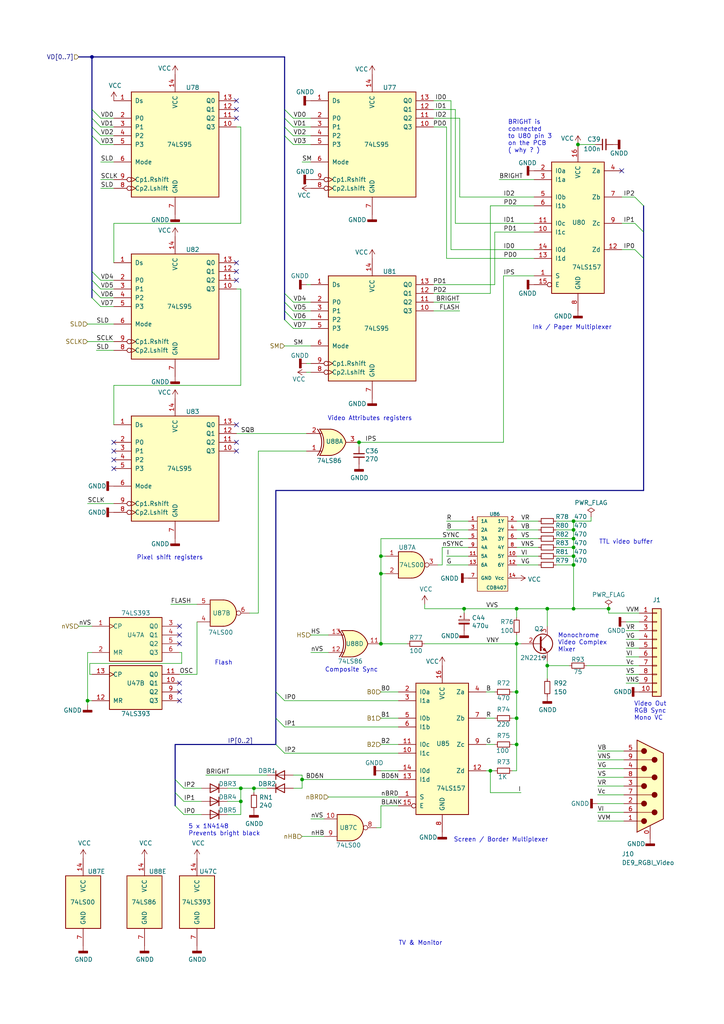
<source format=kicad_sch>
(kicad_sch (version 20230121) (generator eeschema)
  (paper "A4" portrait)
  (junction (at 166.37 153.67))
  (junction (at 149.86 186.69))
  (junction (at 166.37 161.29))
  (junction (at 110.49 161.29))
  (junction (at 73.66 228.6))
  (junction (at 158.75 176.53))
  (junction (at 167.64 41.91))
  (junction (at 25.4 203.2))
  (junction (at 149.86 208.28))
  (junction (at 149.86 176.53))
  (junction (at 69.85 232.41))
  (junction (at 110.49 186.69))
  (junction (at 26.67 16.51))
  (junction (at 104.14 128.27))
  (junction (at 142.24 223.52))
  (junction (at 69.85 228.6))
  (junction (at 158.75 193.04))
  (junction (at 166.37 151.13))
  (junction (at 134.62 176.53))
  (junction (at 110.49 166.37))
  (junction (at 166.37 156.21))
  (junction (at 149.86 215.9))
  (junction (at 176.53 176.53))
  (junction (at 166.37 176.53))
  (junction (at 87.63 226.06))
  (junction (at 166.37 158.75))
  (junction (at 149.86 200.66))
  (junction (at 166.37 163.83))
  (no_connect (at 52.07 203.2))
  (no_connect (at 68.58 31.75))
  (no_connect (at 68.58 29.21))
  (no_connect (at 68.58 76.2))
  (no_connect (at 68.58 78.74))
  (no_connect (at 68.58 81.28))
  (no_connect (at 52.07 181.61))
  (no_connect (at 33.02 130.81))
  (no_connect (at 33.02 133.35))
  (no_connect (at 33.02 135.89))
  (no_connect (at 68.58 34.29))
  (no_connect (at 52.07 184.15))
  (no_connect (at 33.02 128.27))
  (no_connect (at 52.07 200.66))
  (no_connect (at 52.07 198.12))
  (no_connect (at 68.58 128.27))
  (no_connect (at 68.58 123.19))
  (no_connect (at 68.58 130.81))
  (no_connect (at 52.07 186.69))
  (no_connect (at 180.34 49.53))
  (bus_entry (at 82.55 90.17) (size 2.54 2.54))
  (bus_entry (at 50.8 226.06) (size 2.54 2.54))
  (bus_entry (at 82.55 34.29) (size 2.54 2.54))
  (bus_entry (at 82.55 92.71) (size 2.54 2.54))
  (bus_entry (at 26.67 34.29) (size 2.54 2.54))
  (bus_entry (at 26.67 31.75) (size 2.54 2.54))
  (bus_entry (at 26.67 83.82) (size 2.54 2.54))
  (bus_entry (at 184.15 57.15) (size 2.54 2.54))
  (bus_entry (at 82.55 31.75) (size 2.54 2.54))
  (bus_entry (at 26.67 39.37) (size 2.54 2.54))
  (bus_entry (at 184.15 72.39) (size 2.54 2.54))
  (bus_entry (at 80.01 215.9) (size 2.54 2.54))
  (bus_entry (at 26.67 81.28) (size 2.54 2.54))
  (bus_entry (at 26.67 86.36) (size 2.54 2.54))
  (bus_entry (at 82.55 36.83) (size 2.54 2.54))
  (bus_entry (at 82.55 85.09) (size 2.54 2.54))
  (bus_entry (at 50.8 229.87) (size 2.54 2.54))
  (bus_entry (at 82.55 39.37) (size 2.54 2.54))
  (bus_entry (at 80.01 208.28) (size 2.54 2.54))
  (bus_entry (at 80.01 200.66) (size 2.54 2.54))
  (bus_entry (at 184.15 64.77) (size 2.54 2.54))
  (bus_entry (at 50.8 233.68) (size 2.54 2.54))
  (bus_entry (at 82.55 87.63) (size 2.54 2.54))
  (bus_entry (at 26.67 78.74) (size 2.54 2.54))
  (bus_entry (at 26.67 36.83) (size 2.54 2.54))
  (wire (pts (xy 149.86 186.69) (xy 149.86 200.66)))
  (bus (pts (xy 26.67 16.51) (xy 26.67 31.75)))
  (wire (pts (xy 33.02 36.83) (xy 29.21 36.83)))
  (wire (pts (xy 123.19 176.53) (xy 134.62 176.53)))
  (bus (pts (xy 26.67 39.37) (xy 26.67 78.74)))
  (wire (pts (xy 176.53 177.8) (xy 185.42 177.8)))
  (wire (pts (xy 90.17 90.17) (xy 85.09 90.17)))
  (wire (pts (xy 25.4 189.23) (xy 26.67 189.23)))
  (wire (pts (xy 149.86 161.29) (xy 156.21 161.29)))
  (wire (pts (xy 123.19 176.53) (xy 123.19 175.26)))
  (wire (pts (xy 73.66 228.6) (xy 77.47 228.6)))
  (wire (pts (xy 33.02 34.29) (xy 29.21 34.29)))
  (bus (pts (xy 26.67 81.28) (xy 26.67 83.82)))
  (wire (pts (xy 158.75 176.53) (xy 166.37 176.53)))
  (wire (pts (xy 33.02 146.05) (xy 25.4 146.05)))
  (wire (pts (xy 33.02 83.82) (xy 29.21 83.82)))
  (wire (pts (xy 144.78 52.07) (xy 154.94 52.07)))
  (wire (pts (xy 110.49 156.21) (xy 135.89 156.21)))
  (wire (pts (xy 110.49 161.29) (xy 110.49 156.21)))
  (wire (pts (xy 132.08 64.77) (xy 132.08 31.75)))
  (wire (pts (xy 149.86 156.21) (xy 156.21 156.21)))
  (wire (pts (xy 166.37 153.67) (xy 166.37 156.21)))
  (wire (pts (xy 142.24 59.69) (xy 154.94 59.69)))
  (wire (pts (xy 90.17 82.55) (xy 88.9 82.55)))
  (wire (pts (xy 181.61 195.58) (xy 185.42 195.58)))
  (wire (pts (xy 149.86 158.75) (xy 156.21 158.75)))
  (wire (pts (xy 74.93 130.81) (xy 74.93 177.8)))
  (bus (pts (xy 82.55 87.63) (xy 82.55 90.17)))
  (wire (pts (xy 140.97 215.9) (xy 143.51 215.9)))
  (bus (pts (xy 80.01 208.28) (xy 80.01 215.9)))
  (wire (pts (xy 181.61 185.42) (xy 185.42 185.42)))
  (bus (pts (xy 26.67 16.51) (xy 82.55 16.51)))
  (wire (pts (xy 149.86 208.28) (xy 149.86 215.9)))
  (wire (pts (xy 69.85 83.82) (xy 69.85 111.76)))
  (wire (pts (xy 25.4 204.47) (xy 25.4 203.2)))
  (wire (pts (xy 69.85 228.6) (xy 69.85 232.41)))
  (wire (pts (xy 87.63 46.99) (xy 90.17 46.99)))
  (wire (pts (xy 68.58 83.82) (xy 69.85 83.82)))
  (wire (pts (xy 166.37 156.21) (xy 166.37 158.75)))
  (wire (pts (xy 173.355 225.425) (xy 180.975 225.425)))
  (wire (pts (xy 57.15 175.26) (xy 49.53 175.26)))
  (wire (pts (xy 148.59 208.28) (xy 149.86 208.28)))
  (wire (pts (xy 173.355 217.805) (xy 180.975 217.805)))
  (wire (pts (xy 143.51 67.31) (xy 154.94 67.31)))
  (wire (pts (xy 110.49 240.03) (xy 110.49 233.68)))
  (wire (pts (xy 180.34 64.77) (xy 184.15 64.77)))
  (wire (pts (xy 125.73 29.21) (xy 130.81 29.21)))
  (wire (pts (xy 104.14 129.54) (xy 104.14 128.27)))
  (bus (pts (xy 82.55 34.29) (xy 82.55 36.83)))
  (wire (pts (xy 181.61 190.5) (xy 185.42 190.5)))
  (bus (pts (xy 50.8 215.9) (xy 50.8 226.06)))
  (wire (pts (xy 33.02 81.28) (xy 29.21 81.28)))
  (wire (pts (xy 149.86 179.07) (xy 149.86 176.53)))
  (wire (pts (xy 110.49 215.9) (xy 115.57 215.9)))
  (wire (pts (xy 52.705 192.405) (xy 26.035 192.405)))
  (wire (pts (xy 142.24 223.52) (xy 143.51 223.52)))
  (wire (pts (xy 161.29 163.83) (xy 166.37 163.83)))
  (bus (pts (xy 186.69 142.24) (xy 80.01 142.24)))
  (wire (pts (xy 26.035 195.58) (xy 26.67 195.58)))
  (wire (pts (xy 58.42 228.6) (xy 53.34 228.6)))
  (wire (pts (xy 146.05 80.01) (xy 154.94 80.01)))
  (wire (pts (xy 87.63 224.79) (xy 87.63 226.06)))
  (wire (pts (xy 88.9 130.81) (xy 74.93 130.81)))
  (wire (pts (xy 58.42 232.41) (xy 53.34 232.41)))
  (wire (pts (xy 125.73 85.09) (xy 142.24 85.09)))
  (wire (pts (xy 90.17 34.29) (xy 85.09 34.29)))
  (wire (pts (xy 82.55 210.82) (xy 115.57 210.82)))
  (bus (pts (xy 22.86 16.51) (xy 26.67 16.51)))
  (wire (pts (xy 149.86 163.83) (xy 156.21 163.83)))
  (wire (pts (xy 52.07 195.58) (xy 57.15 195.58)))
  (wire (pts (xy 161.29 158.75) (xy 166.37 158.75)))
  (wire (pts (xy 110.49 161.29) (xy 110.49 166.37)))
  (wire (pts (xy 29.21 46.99) (xy 33.02 46.99)))
  (wire (pts (xy 69.85 111.76) (xy 33.02 111.76)))
  (wire (pts (xy 173.355 230.505) (xy 180.975 230.505)))
  (wire (pts (xy 171.45 151.13) (xy 166.37 151.13)))
  (wire (pts (xy 82.55 100.33) (xy 90.17 100.33)))
  (wire (pts (xy 74.93 177.8) (xy 72.39 177.8)))
  (wire (pts (xy 33.02 88.9) (xy 29.21 88.9)))
  (wire (pts (xy 149.86 186.69) (xy 151.13 186.69)))
  (wire (pts (xy 140.97 200.66) (xy 143.51 200.66)))
  (wire (pts (xy 158.75 176.53) (xy 158.75 181.61)))
  (wire (pts (xy 90.17 87.63) (xy 85.09 87.63)))
  (wire (pts (xy 148.59 223.52) (xy 149.86 223.52)))
  (wire (pts (xy 161.29 156.21) (xy 166.37 156.21)))
  (wire (pts (xy 149.86 151.13) (xy 156.21 151.13)))
  (wire (pts (xy 110.49 166.37) (xy 111.76 166.37)))
  (bus (pts (xy 26.67 31.75) (xy 26.67 34.29)))
  (wire (pts (xy 109.22 240.03) (xy 110.49 240.03)))
  (wire (pts (xy -25.4 123.825) (xy -25.4 127.635)))
  (wire (pts (xy 25.4 203.2) (xy 25.4 189.23)))
  (wire (pts (xy 134.62 176.53) (xy 149.86 176.53)))
  (wire (pts (xy 110.49 161.29) (xy 111.76 161.29)))
  (wire (pts (xy 166.37 158.75) (xy 166.37 161.29)))
  (wire (pts (xy 130.81 72.39) (xy 130.81 29.21)))
  (wire (pts (xy 149.86 200.66) (xy 149.86 208.28)))
  (wire (pts (xy 167.64 41.91) (xy 172.72 41.91)))
  (wire (pts (xy 90.17 237.49) (xy 93.98 237.49)))
  (wire (pts (xy 104.14 128.27) (xy 146.05 128.27)))
  (wire (pts (xy 158.75 193.04) (xy 165.1 193.04)))
  (wire (pts (xy 90.17 39.37) (xy 85.09 39.37)))
  (wire (pts (xy 133.35 57.15) (xy 133.35 34.29)))
  (wire (pts (xy 29.21 52.07) (xy 33.02 52.07)))
  (wire (pts (xy 161.29 151.13) (xy 166.37 151.13)))
  (wire (pts (xy 33.02 76.2) (xy 33.02 64.77)))
  (wire (pts (xy 146.05 128.27) (xy 146.05 80.01)))
  (bus (pts (xy 50.8 229.87) (xy 50.8 233.68)))
  (wire (pts (xy 85.09 228.6) (xy 87.63 228.6)))
  (wire (pts (xy 52.07 189.23) (xy 52.705 189.23)))
  (wire (pts (xy 158.75 193.04) (xy 158.75 196.85)))
  (wire (pts (xy 90.17 95.25) (xy 85.09 95.25)))
  (wire (pts (xy 149.86 223.52) (xy 149.86 215.9)))
  (wire (pts (xy 29.21 54.61) (xy 33.02 54.61)))
  (wire (pts (xy 90.17 36.83) (xy 85.09 36.83)))
  (wire (pts (xy 25.4 203.2) (xy 26.67 203.2)))
  (wire (pts (xy 173.355 235.585) (xy 180.975 235.585)))
  (wire (pts (xy 82.55 218.44) (xy 115.57 218.44)))
  (wire (pts (xy 25.4 93.98) (xy 33.02 93.98)))
  (wire (pts (xy 149.86 176.53) (xy 158.75 176.53)))
  (wire (pts (xy 181.61 198.12) (xy 185.42 198.12)))
  (wire (pts (xy 33.02 64.77) (xy 69.85 64.77)))
  (wire (pts (xy 143.51 67.31) (xy 143.51 82.55)))
  (wire (pts (xy 129.54 36.83) (xy 129.54 74.93)))
  (wire (pts (xy 148.59 215.9) (xy 149.86 215.9)))
  (wire (pts (xy 128.27 158.75) (xy 135.89 158.75)))
  (wire (pts (xy 33.02 39.37) (xy 29.21 39.37)))
  (wire (pts (xy 33.02 111.76) (xy 33.02 123.19)))
  (wire (pts (xy 181.61 180.34) (xy 185.42 180.34)))
  (wire (pts (xy 66.04 232.41) (xy 69.85 232.41)))
  (wire (pts (xy 170.18 193.04) (xy 185.42 193.04)))
  (wire (pts (xy 57.15 195.58) (xy 57.15 180.34)))
  (wire (pts (xy 90.17 105.41) (xy 88.9 105.41)))
  (bus (pts (xy 186.69 67.31) (xy 186.69 74.93)))
  (wire (pts (xy 66.04 236.22) (xy 69.85 236.22)))
  (wire (pts (xy 166.37 163.83) (xy 166.37 176.53)))
  (bus (pts (xy 82.55 16.51) (xy 82.55 31.75)))
  (wire (pts (xy 33.02 101.6) (xy 27.94 101.6)))
  (wire (pts (xy 110.49 233.68) (xy 115.57 233.68)))
  (wire (pts (xy 66.04 228.6) (xy 69.85 228.6)))
  (wire (pts (xy 95.25 189.23) (xy 90.17 189.23)))
  (wire (pts (xy 180.34 72.39) (xy 184.15 72.39)))
  (bus (pts (xy 186.69 59.69) (xy 186.69 67.31)))
  (wire (pts (xy 166.37 176.53) (xy 176.53 176.53)))
  (wire (pts (xy 142.24 229.87) (xy 151.13 229.87)))
  (wire (pts (xy 125.73 82.55) (xy 143.51 82.55)))
  (wire (pts (xy 149.86 153.67) (xy 156.21 153.67)))
  (wire (pts (xy 26.67 181.61) (xy 22.86 181.61)))
  (wire (pts (xy 125.73 36.83) (xy 129.54 36.83)))
  (bus (pts (xy 82.55 31.75) (xy 82.55 34.29)))
  (wire (pts (xy 87.63 226.06) (xy 115.57 226.06)))
  (wire (pts (xy 69.85 64.77) (xy 69.85 36.83)))
  (wire (pts (xy 166.37 161.29) (xy 166.37 163.83)))
  (wire (pts (xy 129.54 74.93) (xy 154.94 74.93)))
  (bus (pts (xy 82.55 90.17) (xy 82.55 92.71)))
  (wire (pts (xy 110.49 223.52) (xy 115.57 223.52)))
  (wire (pts (xy 171.45 149.86) (xy 171.45 151.13)))
  (wire (pts (xy 110.49 200.66) (xy 115.57 200.66)))
  (wire (pts (xy 142.24 59.69) (xy 142.24 85.09)))
  (wire (pts (xy 110.49 208.28) (xy 115.57 208.28)))
  (wire (pts (xy 69.85 228.6) (xy 73.66 228.6)))
  (wire (pts (xy 90.17 41.91) (xy 85.09 41.91)))
  (wire (pts (xy 87.63 242.57) (xy 93.98 242.57)))
  (wire (pts (xy 173.355 227.965) (xy 180.975 227.965)))
  (wire (pts (xy 142.24 223.52) (xy 142.24 229.87)))
  (wire (pts (xy 134.62 177.8) (xy 134.62 176.53)))
  (wire (pts (xy 158.75 191.77) (xy 158.75 193.04)))
  (wire (pts (xy 129.54 151.13) (xy 135.89 151.13)))
  (bus (pts (xy 50.8 215.9) (xy 80.01 215.9)))
  (wire (pts (xy 125.73 87.63) (xy 133.35 87.63)))
  (wire (pts (xy 110.49 186.69) (xy 118.11 186.69)))
  (wire (pts (xy 125.73 31.75) (xy 132.08 31.75)))
  (wire (pts (xy 132.08 64.77) (xy 154.94 64.77)))
  (wire (pts (xy 129.54 153.67) (xy 135.89 153.67)))
  (wire (pts (xy 110.49 166.37) (xy 110.49 186.69)))
  (wire (pts (xy 173.355 233.045) (xy 180.975 233.045)))
  (wire (pts (xy 161.29 161.29) (xy 166.37 161.29)))
  (wire (pts (xy 25.4 99.06) (xy 33.02 99.06)))
  (wire (pts (xy 140.97 223.52) (xy 142.24 223.52)))
  (wire (pts (xy 95.25 231.14) (xy 115.57 231.14)))
  (wire (pts (xy 130.81 72.39) (xy 154.94 72.39)))
  (wire (pts (xy 161.29 153.67) (xy 166.37 153.67)))
  (wire (pts (xy 73.66 229.87) (xy 73.66 228.6)))
  (wire (pts (xy 123.19 186.69) (xy 149.86 186.69)))
  (wire (pts (xy 95.25 184.15) (xy 90.17 184.15)))
  (wire (pts (xy 181.61 187.96) (xy 185.42 187.96)))
  (wire (pts (xy 82.55 203.2) (xy 115.57 203.2)))
  (bus (pts (xy 80.01 142.24) (xy 80.01 200.66)))
  (wire (pts (xy 33.02 86.36) (xy 29.21 86.36)))
  (wire (pts (xy 90.17 92.71) (xy 85.09 92.71)))
  (wire (pts (xy 173.355 220.345) (xy 180.975 220.345)))
  (bus (pts (xy 82.55 39.37) (xy 82.55 85.09)))
  (bus (pts (xy 186.69 74.93) (xy 186.69 142.24)))
  (wire (pts (xy 26.035 192.405) (xy 26.035 195.58)))
  (wire (pts (xy 33.02 41.91) (xy 29.21 41.91)))
  (wire (pts (xy 173.355 238.125) (xy 180.975 238.125)))
  (wire (pts (xy 176.53 176.53) (xy 176.53 177.8)))
  (wire (pts (xy 129.54 163.83) (xy 135.89 163.83)))
  (wire (pts (xy 85.09 224.79) (xy 87.63 224.79)))
  (wire (pts (xy 166.37 151.13) (xy 166.37 153.67)))
  (wire (pts (xy -25.4 132.715) (xy -33.02 132.715)))
  (wire (pts (xy 77.47 224.79) (xy 59.69 224.79)))
  (wire (pts (xy 133.35 57.15) (xy 154.94 57.15)))
  (bus (pts (xy 26.67 36.83) (xy 26.67 39.37)))
  (wire (pts (xy 52.705 189.23) (xy 52.705 192.405)))
  (wire (pts (xy 127 163.83) (xy 128.27 163.83)))
  (wire (pts (xy 180.34 57.15) (xy 184.15 57.15)))
  (bus (pts (xy 82.55 85.09) (xy 82.55 87.63)))
  (wire (pts (xy 68.58 36.83) (xy 69.85 36.83)))
  (wire (pts (xy 148.59 200.66) (xy 149.86 200.66)))
  (wire (pts (xy 68.58 125.73) (xy 88.9 125.73)))
  (wire (pts (xy 173.355 222.885) (xy 180.975 222.885)))
  (wire (pts (xy 125.73 90.17) (xy 133.35 90.17)))
  (bus (pts (xy 26.67 78.74) (xy 26.67 81.28)))
  (wire (pts (xy 69.85 232.41) (xy 69.85 236.22)))
  (wire (pts (xy 140.97 208.28) (xy 143.51 208.28)))
  (wire (pts (xy 128.27 163.83) (xy 128.27 158.75)))
  (bus (pts (xy 26.67 83.82) (xy 26.67 86.36)))
  (wire (pts (xy 87.63 226.06) (xy 87.63 228.6)))
  (bus (pts (xy 82.55 36.83) (xy 82.55 39.37)))
  (bus (pts (xy 80.01 200.66) (xy 80.01 208.28)))
  (wire (pts (xy 125.73 34.29) (xy 133.35 34.29)))
  (wire (pts (xy 129.54 161.29) (xy 135.89 161.29)))
  (bus (pts (xy 26.67 34.29) (xy 26.67 36.83)))
  (wire (pts (xy 149.86 184.15) (xy 149.86 186.69)))
  (wire (pts (xy 58.42 236.22) (xy 53.34 236.22)))
  (wire (pts (xy 90.17 107.95) (xy 88.9 107.95)))
  (bus (pts (xy 50.8 226.06) (xy 50.8 229.87)))
  (wire (pts (xy 181.61 182.88) (xy 185.42 182.88)))
  (text "Monochrome \nVideo Complex\nMixer" (at 161.798 189.23 0) (effects (font (size 1.27 1.27)) (justify left bottom)))
  (text "Video Out\nRGB Sync\nMono VC" (at 183.896 209.042 0) (effects (font (size 1.27 1.27)) (justify left bottom)))
  (text "Screen / Border Multiplexer" (at 131.572 244.348 0) (effects (font (size 1.27 1.27)) (justify left bottom)))
  (text "TV & Monitor" (at 115.57 274.32 0) (effects (font (size 1.27 1.27)) (justify left bottom)))
  (text "Pixel shift registers" (at 39.624 162.56 0) (effects (font (size 1.27 1.27)) (justify left bottom)))
  (text "5 x 1N4148\nPrevents bright black" (at 54.61 242.57 0) (effects (font (size 1.27 1.27)) (justify left bottom)))
  (text "TTL video buffer" (at 173.736 157.988 0) (effects (font (size 1.27 1.27)) (justify left bottom)))
  (text "Flash" (at 62.23 193.04 0) (effects (font (size 1.27 1.27)) (justify left bottom)))
  (text "Video Attributes registers" (at 94.996 122.174 0) (effects (font (size 1.27 1.27)) (justify left bottom)))
  (text "BRIGHT is \nconnected \nto U80 pin 3\non the PCB\n( why ? )" (at 147.32 44.45 0) (effects (font (size 1.27 1.27)) (justify left bottom)))
  (text "Composite Sync" (at 94.234 195.072 0) (effects (font (size 1.27 1.27)) (justify left bottom)))
  (text "Ink / Paper Multiplexer" (at 154.432 95.758 0) (effects (font (size 1.27 1.27)) (justify left bottom)))
  (label "VB" (at 151.13 153.67 0))
  (label "ID2" (at 146.05 57.15 0))
  (label "B" (at 140.97 200.66 0))
  (label "VR" (at 151.13 151.13 0))
  (label "ID2" (at 129.54 34.29 180))
  (label "I" (at 129.54 161.29 0))
  (label "VVM" (at 181.61 177.8 0))
  (label "VVS" (at 140.97 176.53 0))
  (label "OSC" (at 52.07 195.58 0))
  (label "ID1" (at 129.54 31.75 180))
  (label "G" (at 129.54 163.83 0))
  (label "ID0" (at 129.54 29.21 180))
  (label "IPS" (at 109.22 128.27 180))
  (label "VNS" (at 181.61 198.12 0))
  (label "PD2" (at 146.05 59.69 0))
  (label "SLD" (at 27.94 101.6 0))
  (label "VD0" (at 85.09 34.29 0))
  (label "R" (at 140.97 208.28 0))
  (label "VD0" (at 29.21 34.29 0))
  (label "SLD" (at 29.21 54.61 0))
  (label "VD5" (at 85.09 90.17 0))
  (label "PD0" (at 146.05 74.93 0))
  (label "IP0" (at 53.34 236.22 0))
  (label "PD1" (at 146.05 67.31 0))
  (label "VNS" (at 173.355 220.345 0))
  (label "VG" (at 151.13 163.83 0))
  (label "IP[0..2]" (at 66.04 215.9 0))
  (label "B0" (at 110.49 200.66 0))
  (label "FLASH" (at 49.53 175.26 0))
  (label "VNY" (at 144.78 186.69 180))
  (label "VS" (at 181.61 195.58 0))
  (label "SCLK" (at 25.4 146.05 0))
  (label "VD4" (at 29.21 81.28 0))
  (label "BRIGHT" (at 59.69 224.79 0))
  (label "VNS" (at 151.13 158.75 0))
  (label "IP1" (at 82.55 210.82 0))
  (label "I" (at 151.13 229.87 180))
  (label "SM" (at 87.63 46.99 0))
  (label "VD6" (at 29.21 86.36 0))
  (label "VD7" (at 85.09 95.25 0))
  (label "VD2" (at 29.21 39.37 0))
  (label "IP0" (at 82.55 203.2 0))
  (label "VD1" (at 29.21 36.83 0))
  (label "nBRD" (at 110.49 231.14 0))
  (label "VS" (at 173.355 225.425 0))
  (label "BD6N" (at 93.98 226.06 180))
  (label "Vc" (at 181.61 193.04 0))
  (label "IP1" (at 184.15 64.77 180))
  (label "VI" (at 181.61 190.5 0))
  (label "VD3" (at 85.09 41.91 0))
  (label "nHB" (at 90.17 242.57 0))
  (label "PD2" (at 129.54 85.09 180))
  (label "VD4" (at 85.09 87.63 0))
  (label "IPS" (at 146.05 80.01 0))
  (label "IP2" (at 53.34 228.6 0))
  (label "nSYNC" (at 128.27 158.75 0))
  (label "ID0" (at 146.05 72.39 0))
  (label "PD0" (at 129.54 36.83 180))
  (label "IP2" (at 82.55 218.44 0))
  (label "VG" (at 173.355 222.885 0))
  (label "VD7" (at 29.21 88.9 0))
  (label "SQB" (at 69.85 125.73 0))
  (label "B1" (at 110.49 208.28 0))
  (label "ID1" (at 146.05 64.77 0))
  (label "IP2" (at 184.15 57.15 180))
  (label "SYNC" (at 128.27 156.21 0))
  (label "IP0" (at 184.15 72.39 180))
  (label "SLD" (at 29.21 46.99 0))
  (label "VB" (at 181.61 187.96 0))
  (label "HS" (at 90.17 184.15 0))
  (label "VI" (at 173.355 235.585 0))
  (label "nVS" (at 22.86 181.61 0))
  (label "B" (at 129.54 153.67 0))
  (label "R" (at 129.54 151.13 0))
  (label "VR" (at 173.355 227.965 0))
  (label "SCLK" (at 29.21 52.07 0))
  (label "BD6N" (at 110.49 226.06 0))
  (label "G" (at 140.97 215.9 0))
  (label "VD6" (at 85.09 92.71 0))
  (label "SCLK" (at 27.94 99.06 0))
  (label "nVS" (at 90.17 237.49 0))
  (label "VI" (at 151.13 161.29 0))
  (label "VR" (at 181.61 182.88 0))
  (label "BLANK" (at 110.49 233.68 0))
  (label "PD1" (at 129.54 82.55 180))
  (label "VS" (at 151.13 156.21 0))
  (label "Vc" (at 173.355 230.505 0))
  (label "B2" (at 110.49 215.9 0))
  (label "BRIGHT" (at 144.78 52.07 0))
  (label "VVM" (at 173.355 238.125 0))
  (label "SM" (at 85.09 100.33 0))
  (label "FLASH" (at 133.35 90.17 180))
  (label "VG" (at 181.61 185.42 0))
  (label "VD3" (at 29.21 41.91 0))
  (label "VD2" (at 85.09 39.37 0))
  (label "VB" (at 173.355 217.805 0))
  (label "nVS" (at 90.17 189.23 0))
  (label "IP1" (at 53.34 232.41 0))
  (label "VD1" (at 85.09 36.83 0))
  (label "VD5" (at 29.21 83.82 0))
  (label "BRIGHT" (at 133.35 87.63 180))
  (label "SLD" (at 27.94 93.98 0))
  (hierarchical_label "B0" (shape input) (at 110.49 200.66 180))
  (hierarchical_label "B2" (shape input) (at 110.49 215.9 180))
  (hierarchical_label "B1" (shape input) (at 110.49 208.28 180))
  (hierarchical_label "nHB" (shape input) (at 87.63 242.57 180))
  (hierarchical_label "SM" (shape input) (at 82.55 100.33 180))
  (hierarchical_label "VD[0..7]" (shape input) (at 22.86 16.51 180))
  (hierarchical_label "HS" (shape input) (at 90.17 184.15 180))
  (hierarchical_label "nBRD" (shape input) (at 95.25 231.14 180))
  (hierarchical_label "SCLK" (shape input) (at 25.4 99.06 180))
  (hierarchical_label "SLD" (shape input) (at 25.4 93.98 180))
  (hierarchical_label "nVS" (shape input) (at 22.86 181.61 180))
  (symbol (lib_id "power:GNDD") (at 33.02 148.59 270) (unit 1)
    (property "Reference" "#PWR0409" (effects hide))
    (property "Value" "GNDD" (at 28.194 148.59 90))
  )
  (symbol (lib_id "Device:C_Small") (at 175.26 41.91 90) (unit 1)
    (property "Reference" "C39" (at 174.244 40.386 90) (effects (justify left)))
    (property "Value" "100n" (at 174.244 43.18 90) (effects (justify left)))
    (property "Footprint" "Cobra_original:C_THT_508_254" (effects hide))
  )
  (symbol (lib_id "power:GNDD") (at 177.8 41.91 90) (unit 1)
    (property "Reference" "#PWR0473" (effects hide))
    (property "Value" "GNDD" (at 179.578 44.45 90))
  )
  (symbol (lib_id "74xx:74LS95") (at 50.8 41.91 0) (unit 1)
    (property "Reference" "U78" (at 55.88 25.4 0))
    (property "Value" "74LS95" (at 52.07 41.91 0))
    (property "Footprint" "Cobra_original:DIP-14_W7.62mm" (effects hide))
    (property "Datasheet" "http://www.ti.com/lit/gpn/sn74LS95" (effects hide))
  )
  (symbol (lib_id "74xx:74LS95") (at 50.8 88.9 0) (unit 1)
    (property "Reference" "U82" (at 55.88 72.39 0))
    (property "Value" "74LS95" (at 52.07 88.9 0))
    (property "Footprint" "Cobra_original:DIP-14_W7.62mm" (effects hide))
    (property "Datasheet" "http://www.ti.com/lit/gpn/sn74LS95" (effects hide))
  )
  (symbol (lib_id "74xx:74LS95") (at 50.8 135.89 0) (unit 1)
    (property "Reference" "U83" (at 55.88 119.38 0))
    (property "Value" "74LS95" (at 52.07 135.89 0))
    (property "Footprint" "Cobra_original:DIP-14_W7.62mm" (effects hide))
    (property "Datasheet" "http://www.ti.com/lit/gpn/sn74LS95" (effects hide))
  )
  (symbol (lib_id "power:GNDD") (at 50.8 62.23 0) (unit 1)
    (property "Reference" "#PWR0109" (effects hide))
    (property "Value" "GNDD" (at 46.482 63.754 0))
  )
  (symbol (lib_id "power:GNDD") (at 50.8 109.22 0) (unit 1)
    (property "Reference" "#PWR0358" (effects hide))
    (property "Value" "GNDD" (at 46.482 110.744 0))
  )
  (symbol (lib_id "power:GNDD") (at 50.8 156.21 0) (unit 1)
    (property "Reference" "#PWR0359" (effects hide))
    (property "Value" "GNDD" (at 46.482 157.734 0))
  )
  (symbol (lib_id "power:VCC") (at 50.8 21.59 0) (unit 1)
    (property "Reference" "#PWR0360" (effects hide))
    (property "Value" "VCC" (at 47.752 19.812 0))
  )
  (symbol (lib_id "power:VCC") (at 50.8 68.58 0) (unit 1)
    (property "Reference" "#PWR0361" (effects hide))
    (property "Value" "VCC" (at 47.752 66.802 0))
  )
  (symbol (lib_id "power:VCC") (at 50.8 115.57 0) (unit 1)
    (property "Reference" "#PWR0362" (effects hide))
    (property "Value" "VCC" (at 47.752 113.792 0))
  )
  (symbol (lib_id "74xx:74LS95") (at 107.95 41.91 0) (unit 1)
    (property "Reference" "U77" (at 113.03 25.4 0))
    (property "Value" "74LS95" (at 109.22 41.91 0))
    (property "Footprint" "Cobra_original:DIP-14_W7.62mm" (effects hide))
    (property "Datasheet" "http://www.ti.com/lit/gpn/sn74LS95" (effects hide))
  )
  (symbol (lib_id "74xx:74LS95") (at 107.95 95.25 0) (unit 1)
    (property "Reference" "U81" (at 113.03 78.74 0))
    (property "Value" "74LS95" (at 109.22 95.25 0))
    (property "Footprint" "Cobra_original:DIP-14_W7.62mm" (effects hide))
    (property "Datasheet" "http://www.ti.com/lit/gpn/sn74LS95" (effects hide))
  )
  (symbol (lib_id "power:GNDD") (at 107.95 62.23 0) (unit 1)
    (property "Reference" "#PWR0363" (effects hide))
    (property "Value" "GNDD" (at 103.632 63.754 0))
  )
  (symbol (lib_id "power:GNDD") (at 107.95 115.57 0) (unit 1)
    (property "Reference" "#PWR0364" (effects hide))
    (property "Value" "GNDD" (at 103.632 117.094 0))
  )
  (symbol (lib_id "power:VCC") (at 107.95 21.59 0) (unit 1)
    (property "Reference" "#PWR0365" (effects hide))
    (property "Value" "VCC" (at 104.902 20.066 0))
  )
  (symbol (lib_id "power:VCC") (at 107.95 74.93 0) (unit 1)
    (property "Reference" "#PWR0366" (effects hide))
    (property "Value" "VCC" (at 104.902 73.152 0))
  )
  (symbol (lib_id "power:VCC") (at 33.02 29.21 0) (unit 1)
    (property "Reference" "#PWR0367" (effects hide))
    (property "Value" "VCC" (at 33.401 24.8158 0))
  )
  (symbol (lib_id "power:GNDD") (at 90.17 52.07 270) (unit 1)
    (property "Reference" "#PWR0368" (effects hide))
    (property "Value" "GNDD" (at 91.186 49.784 90) (effects (justify right)))
  )
  (symbol (lib_id "power:GNDD") (at 90.17 29.21 270) (unit 1)
    (property "Reference" "#PWR0369" (effects hide))
    (property "Value" "GNDD" (at 91.186 26.67 90) (effects (justify right)))
  )
  (symbol (lib_id "power:VCC") (at 88.9 107.95 90) (unit 1)
    (property "Reference" "#PWR0370" (effects hide))
    (property "Value" "VCC" (at 88.646 109.982 90) (effects (justify left)))
  )
  (symbol (lib_id "power:GNDD") (at 88.9 105.41 270) (unit 1)
    (property "Reference" "#PWR0371" (effects hide))
    (property "Value" "GNDD" (at 89.662 103.124 90) (effects (justify right)))
  )
  (symbol (lib_id "power:GNDD") (at 88.9 82.55 270) (unit 1)
    (property "Reference" "#PWR0372" (effects hide))
    (property "Value" "GNDD" (at 89.662 80.01 90) (effects (justify right)))
  )
  (symbol (lib_id "74xx:74LS86") (at 96.52 128.27 0) (mirror x) (unit 1)
    (property "Reference" "U88" (at 97.028 128.016 0))
    (property "Value" "74LS86" (at 95.504 133.604 0))
    (property "Footprint" "Cobra_original:DIP-14_W7.62mm" (effects hide))
    (property "Datasheet" "74xx/74ls86.pdf" (effects hide))
  )
  (symbol (lib_id "74xx:74LS86") (at -17.78 130.175 0) (mirror x) (unit 3)
    (property "Reference" "U88" (at -17.145 130.175 0))
    (property "Value" "74LS86" (at -18.542 135.255 0))
    (property "Footprint" "Cobra_original:DIP-14_W7.62mm" (effects hide))
    (property "Datasheet" "74xx/74ls86.pdf" (effects hide))
  )
  (symbol (lib_id "74xx:74LS86") (at 41.91 261.62 0) (unit 5)
    (property "Reference" "U88" (at 43.18 252.73 0) (effects (justify left)))
    (property "Value" "74LS86" (at 38.1 261.62 0) (effects (justify left)))
    (property "Footprint" "Cobra_original:DIP-14_W7.62mm" (effects hide))
    (property "Datasheet" "74xx/74ls86.pdf" (effects hide))
  )
  (symbol (lib_id "power:GNDD") (at 41.91 274.32 0) (unit 1)
    (property "Reference" "#PWR0373" (effects hide))
    (property "Value" "GNDD" (at 42.0116 278.257 0))
  )
  (symbol (lib_id "power:VCC") (at 41.91 248.92 0) (unit 1)
    (property "Reference" "#PWR0374" (effects hide))
    (property "Value" "VCC" (at 42.291 244.5258 0))
  )
  (symbol (lib_id "power:VCC") (at -25.4 123.825 0) (unit 1)
    (property "Reference" "#PWR0376" (effects hide))
    (property "Value" "VCC" (at -27.94 121.793 0))
  )
  (symbol (lib_id "74xx:74LS00") (at 64.77 177.8 0) (mirror x) (unit 2)
    (property "Reference" "U87" (at 64.262 177.8 0))
    (property "Value" "74LS00" (at 64.008 183.388 0))
    (property "Footprint" "Cobra_original:DIP-14_W7.62mm" (effects hide))
    (property "Datasheet" "http://www.ti.com/lit/gpn/sn74ls00" (effects hide))
  )
  (symbol (lib_id "74xx:74LS00") (at 101.6 240.03 0) (mirror x) (unit 3)
    (property "Reference" "U87" (at 101.092 240.03 0))
    (property "Value" "74LS00" (at 101.092 245.11 0))
    (property "Footprint" "Cobra_original:DIP-14_W7.62mm" (effects hide))
    (property "Datasheet" "http://www.ti.com/lit/gpn/sn74ls00" (effects hide))
  )
  (symbol (lib_id "74xx:74LS00") (at 24.13 261.62 0) (unit 5)
    (property "Reference" "U87" (at 25.4 252.73 0) (effects (justify left)))
    (property "Value" "74LS00" (at 20.32 261.62 0) (effects (justify left)))
    (property "Footprint" "Cobra_original:DIP-14_W7.62mm" (effects hide))
    (property "Datasheet" "http://www.ti.com/lit/gpn/sn74ls00" (effects hide))
  )
  (symbol (lib_id "Device:C_Small") (at 104.14 132.08 0) (unit 1)
    (property "Reference" "C36" (at 105.918 130.81 0) (effects (justify left)))
    (property "Value" "270" (at 105.918 133.1214 0) (effects (justify left)))
    (property "Footprint" "Cobra_original:C_THT_762_254" (effects hide))
  )
  (symbol (lib_id "power:GNDD") (at 104.14 134.62 0) (unit 1)
    (property "Reference" "#PWR0377" (effects hide))
    (property "Value" "GNDD" (at 104.2416 138.557 0))
  )
  (symbol (lib_id "74xx:74LS157") (at 167.64 64.77 0) (unit 1)
    (property "Reference" "U80" (at 167.894 64.516 0))
    (property "Value" "74LS157" (at 170.18 77.47 0))
    (property "Footprint" "Cobra_original:DIP-16_W7.62mm" (effects hide))
    (property "Datasheet" "http://www.ti.com/lit/gpn/sn74LS157" (effects hide))
  )
  (symbol (lib_id "power:GNDD") (at 167.64 90.17 0) (unit 1)
    (property "Reference" "#PWR0378" (effects hide))
    (property "Value" "GNDD" (at 163.322 91.694 0))
  )
  (symbol (lib_id "power:VCC") (at 167.64 41.91 0) (unit 1)
    (property "Reference" "#PWR0379" (effects hide))
    (property "Value" "VCC" (at 164.592 40.132 0))
  )
  (symbol (lib_id "74xx:74LS157") (at 128.27 215.9 0) (unit 1)
    (property "Reference" "U85" (at 128.524 215.646 0))
    (property "Value" "74LS157" (at 130.81 228.6 0))
    (property "Footprint" "Cobra_original:DIP-16_W7.62mm" (effects hide))
    (property "Datasheet" "http://www.ti.com/lit/gpn/sn74LS157" (effects hide))
  )
  (symbol (lib_id "power:GNDD") (at 128.27 241.3 0) (unit 1)
    (property "Reference" "#PWR0380" (effects hide))
    (property "Value" "GNDD" (at 124.206 242.824 0))
  )
  (symbol (lib_id "power:VCC") (at 128.27 193.04 0) (unit 1)
    (property "Reference" "#PWR0381" (effects hide))
    (property "Value" "VCC" (at 125.4252 191.8208 0))
  )
  (symbol (lib_id "power:GNDD") (at 154.94 49.53 270) (unit 1)
    (property "Reference" "#PWR0382" (effects hide))
    (property "Value" "GNDD" (at 155.702 47.244 90) (effects (justify right)))
  )
  (symbol (lib_id "power:GNDD") (at 154.94 82.55 270) (unit 1)
    (property "Reference" "#PWR0383" (effects hide))
    (property "Value" "GNDD" (at 155.702 85.09 90) (effects (justify right)))
  )
  (symbol (lib_id "Diode:1N4148") (at 81.28 224.79 0) (unit 1)
    (property "Reference" "DBR1" (at 77.47 223.52 0))
    (property "Value" "1N4148" (effects hide))
    (property "Footprint" "Cobra_original:D_DO-35_SOD27_P7.62mm_Horizontal" (effects hide))
    (property "Datasheet" "https://assets.nexperia.com/documents/data-sheet/1N4148_1N4448.pdf" (effects hide))
    (property "Sim.Device" "D" (effects hide))
    (property "Sim.Pins" "1=K 2=A" (effects hide))
  )
  (symbol (lib_id "Diode:1N4148") (at 81.28 228.6 0) (unit 1)
    (property "Reference" "DBR2" (at 77.47 227.33 0))
    (property "Value" "1N4148" (effects hide))
    (property "Footprint" "Cobra_original:D_DO-35_SOD27_P7.62mm_Horizontal" (effects hide))
    (property "Datasheet" "https://assets.nexperia.com/documents/data-sheet/1N4148_1N4448.pdf" (effects hide))
    (property "Sim.Device" "D" (effects hide))
    (property "Sim.Pins" "1=K 2=A" (effects hide))
  )
  (symbol (lib_id "Diode:1N4148") (at 62.23 228.6 0) (mirror y) (unit 1)
    (property "Reference" "DBR3" (at 66.04 227.33 0))
    (property "Value" "1N4148" (effects hide))
    (property "Footprint" "Cobra_original:D_DO-35_SOD27_P7.62mm_Horizontal" (effects hide))
    (property "Datasheet" "https://assets.nexperia.com/documents/data-sheet/1N4148_1N4448.pdf" (effects hide))
    (property "Sim.Device" "D" (effects hide))
    (property "Sim.Pins" "1=K 2=A" (effects hide))
  )
  (symbol (lib_id "Diode:1N4148") (at 62.23 232.41 0) (mirror y) (unit 1)
    (property "Reference" "DBR4" (at 66.04 231.14 0))
    (property "Value" "1N4148" (effects hide))
    (property "Footprint" "Cobra_original:D_DO-35_SOD27_P7.62mm_Horizontal" (effects hide))
    (property "Datasheet" "https://assets.nexperia.com/documents/data-sheet/1N4148_1N4448.pdf" (effects hide))
    (property "Sim.Device" "D" (effects hide))
    (property "Sim.Pins" "1=K 2=A" (effects hide))
  )
  (symbol (lib_id "Diode:1N4148") (at 62.23 236.22 0) (mirror y) (unit 1)
    (property "Reference" "DBR5" (at 66.04 234.95 0))
    (property "Value" "1N4148" (effects hide))
    (property "Footprint" "Cobra_original:D_DO-35_SOD27_P7.62mm_Horizontal" (effects hide))
    (property "Datasheet" "https://assets.nexperia.com/documents/data-sheet/1N4148_1N4448.pdf" (effects hide))
    (property "Sim.Device" "D" (effects hide))
    (property "Sim.Pins" "1=K 2=A" (effects hide))
  )
  (symbol (lib_id "Device:R_Small") (at 73.66 232.41 0) (unit 1)
    (property "Reference" "RN1" (at 75.1586 231.2416 0) (effects (justify left)))
    (property "Value" "240" (at 75.1586 233.553 0) (effects (justify left)))
    (property "Footprint" "Cobra_original:R_Axial_DIN0204_L3.6mm_D1.6mm_P5.08mm_Horizontal" (effects hide))
  )
  (symbol (lib_id "power:GNDD") (at 73.66 234.95 0) (unit 1)
    (property "Reference" "#PWR0384" (effects hide))
    (property "Value" "GNDD" (at 73.7616 238.887 0))
  )
  (symbol (lib_id "power:GNDD") (at 110.49 223.52 270) (unit 1)
    (property "Reference" "#PWR0385" (effects hide))
    (property "Value" "GNDD" (at 111.252 221.234 90) (effects (justify right)))
  )
  (symbol (lib_id "Device:R_Small") (at 146.05 200.66 270) (unit 1)
    (property "Reference" "R72" (at 146.05 198.12 90))
    (property "Value" "470" (at 146.05 202.438 90))
    (property "Footprint" "Cobra_original:R_Axial_DIN0204_L3.6mm_D1.6mm_P5.08mm_Horizontal" (effects hide))
  )
  (symbol (lib_id "Device:R_Small") (at 146.05 208.28 270) (unit 1)
    (property "Reference" "R74" (at 146.05 205.74 90))
    (property "Value" "220" (at 146.05 210.058 90))
    (property "Footprint" "Cobra_original:R_Axial_DIN0204_L3.6mm_D1.6mm_P5.08mm_Horizontal" (effects hide))
  )
  (symbol (lib_id "Device:R_Small") (at 146.05 215.9 270) (unit 1)
    (property "Reference" "R75" (at 146.05 213.36 90))
    (property "Value" "100" (at 145.796 217.678 90))
    (property "Footprint" "Cobra_original:R_Axial_DIN0204_L3.6mm_D1.6mm_P5.08mm_Horizontal" (effects hide))
  )
  (symbol (lib_id "Device:R_Small") (at 146.05 223.52 270) (unit 1)
    (property "Reference" "R73" (at 146.05 220.98 90))
    (property "Value" "1K" (at 145.796 225.298 90))
    (property "Footprint" "Cobra_original:R_Axial_DIN0204_L3.6mm_D1.6mm_P5.08mm_Horizontal" (effects hide))
  )
  (symbol (lib_id "power:GNDD") (at 24.13 274.32 0) (unit 1)
    (property "Reference" "#PWR0394" (effects hide))
    (property "Value" "GNDD" (at 24.2316 278.257 0))
  )
  (symbol (lib_id "power:VCC") (at 24.13 248.92 0) (unit 1)
    (property "Reference" "#PWR0395" (effects hide))
    (property "Value" "VCC" (at 24.511 244.5258 0))
  )
  (symbol (lib_id "74xx:74LS393") (at 57.15 261.62 0) (unit 3)
    (property "Reference" "U47" (at 57.785 252.73 0) (effects (justify left)))
    (property "Value" "74LS393" (at 52.705 261.62 0) (effects (justify left)))
    (property "Footprint" "Cobra_original:DIP-14_W7.62mm" (effects hide))
    (property "Datasheet" "74xx\\74LS393.pdf" (effects hide))
  )
  (symbol (lib_id "Device:R_Small") (at 149.86 181.61 0) (unit 1)
    (property "Reference" "R76" (at 147.066 180.34 0))
    (property "Value" "100" (at 147.066 182.88 0))
    (property "Footprint" "Cobra_original:R_Axial_DIN0204_L3.6mm_D1.6mm_P5.08mm_Horizontal" (effects hide))
  )
  (symbol (lib_id "Device:R_Small") (at 158.75 151.13 270) (unit 1)
    (property "Reference" "R78" (at 163.068 149.86 90))
    (property "Value" "470" (at 168.402 149.86 90))
    (property "Footprint" "Cobra_original:R_Axial_DIN0204_L3.6mm_D1.6mm_P5.08mm_Horizontal" (effects hide))
  )
  (symbol (lib_id "Device:R_Small") (at 120.65 186.69 270) (unit 1)
    (property "Reference" "R77" (at 120.65 184.912 90))
    (property "Value" "100" (at 120.65 188.722 90))
    (property "Footprint" "Cobra_original:R_Axial_DIN0204_L3.6mm_D1.6mm_P5.08mm_Horizontal" (effects hide))
  )
  (symbol (lib_id "Device:R_Small") (at 158.75 199.39 180) (unit 1)
    (property "Reference" "R92" (at 162.56 198.12 0))
    (property "Value" "150" (at 162.56 200.66 0))
    (property "Footprint" "Cobra_original:R_Axial_DIN0204_L3.6mm_D1.6mm_P5.08mm_Horizontal" (effects hide))
  )
  (symbol (lib_id "power:GNDD") (at 188.595 243.205 0) (unit 1)
    (property "Reference" "#PWR0169" (effects hide))
    (property "Value" "GNDD" (at 184.531 244.729 0))
  )
  (symbol (lib_id "74xx:74LS393") (at 39.37 184.15 0) (unit 1)
    (property "Reference" "U47" (at 39.37 184.15 0))
    (property "Value" "74LS393" (at 39.37 177.8 0))
    (property "Footprint" "Cobra_original:DIP-14_W7.62mm" (effects hide))
    (property "Datasheet" "74xx\\74LS393.pdf" (effects hide))
  )
  (symbol (lib_id "power:PWR_FLAG") (at 176.53 176.53 0) (unit 1)
    (property "Reference" "#FLG02" (effects hide))
    (property "Value" "PWR_FLAG" (at 176.53 172.466 0))
  )
  (symbol (lib_id "power:PWR_FLAG") (at 171.45 149.86 0) (unit 1)
    (property "Reference" "#FLG01" (effects hide))
    (property "Value" "PWR_FLAG" (at 171.45 145.796 0))
  )
  (symbol (lib_id "power:GNDD") (at 134.62 182.88 0) (unit 1)
    (property "Reference" "#PWR058" (effects hide))
    (property "Value" "GNDD" (at 130.556 184.404 0))
  )
  (symbol (lib_id "power:VCC") (at 149.86 167.64 270) (unit 1)
    (property "Reference" "#PWR064" (effects hide))
    (property "Value" "VCC" (at 153.0858 168.021 90) (effects (justify left)))
  )
  (symbol (lib_id "power:GNDD") (at 135.89 167.64 270) (unit 1)
    (property "Reference" "#PWR063" (effects hide))
    (property "Value" "GNDD" (at 133.096 167.7416 90) (effects (justify right)))
  )
  (symbol (lib_id "power:GNDD") (at 185.42 200.66 270) (mirror x) (unit 1)
    (property "Reference" "#PWR067" (effects hide))
    (property "Value" "GNDD" (at 180.6448 200.6092 90))
  )
  (symbol (lib_id "Device:R_Small") (at 158.75 161.29 270) (unit 1)
    (property "Reference" "R81" (at 163.068 160.02 90))
    (property "Value" "470" (at 168.402 160.02 90))
    (property "Footprint" "Cobra_original:R_Axial_DIN0204_L3.6mm_D1.6mm_P5.08mm_Horizontal" (effects hide))
  )
  (symbol (lib_id "Transistor_BJT:2N2219") (at 156.21 186.69 0) (unit 1)
    (property "Reference" "Q2" (at 154.94 182.372 0) (effects (justify left)))
    (property "Value" "2N2219" (at 150.876 190.754 0) (effects (justify left)))
    (property "Footprint" "Cobra_original:TO-92-Cobra" (effects hide))
    (property "Datasheet" "http://www.onsemi.com/pub_link/Collateral/2N2219-D.PDF" (effects hide))
  )
  (symbol (lib_id "power:GNDD") (at 158.75 201.93 0) (unit 1)
    (property "Reference" "#PWR065" (effects hide))
    (property "Value" "GNDD" (at 158.8516 205.867 0))
  )
  (symbol (lib_id "power:GNDD") (at 33.02 140.97 270) (unit 1)
    (property "Reference" "#PWR062" (effects hide))
    (property "Value" "GNDD" (at 28.194 140.97 90))
  )
  (symbol (lib_id "Device:R_Small") (at 158.75 156.21 270) (unit 1)
    (property "Reference" "R82" (at 163.068 154.94 90))
    (property "Value" "470" (at 168.402 154.94 90))
    (property "Footprint" "Cobra_original:R_Axial_DIN0204_L3.6mm_D1.6mm_P5.08mm_Horizontal" (effects hide))
  )
  (symbol (lib_id "Device:R_Small") (at 158.75 153.67 270) (unit 1)
    (property "Reference" "R80" (at 163.068 152.4 90))
    (property "Value" "470" (at 168.402 152.4 90))
    (property "Footprint" "Cobra_original:R_Axial_DIN0204_L3.6mm_D1.6mm_P5.08mm_Horizontal" (effects hide))
  )
  (symbol (lib_id "power:GNDD") (at 57.15 274.32 0) (unit 1)
    (property "Reference" "#PWR0227" (effects hide))
    (property "Value" "GNDD" (at 57.2516 278.257 0))
  )
  (symbol (lib_id "Connector_Generic:Conn_01x10") (at 190.5 187.96 0) (unit 1)
    (property "Reference" "J1" (at 190.5 173.99 0))
    (property "Value" "Conn_01x10" (effects hide))
    (property "Footprint" "Cobra_original:PinHeader_1x10_P2.54mm_Vertical" (effects hide))
  )
  (symbol (lib_id "Device:C_Polarized_Small") (at 134.62 180.34 0) (unit 1)
    (property "Reference" "C44" (at 136.8552 179.1716 0) (effects (justify left)))
    (property "Value" "470u" (at 136.8552 181.483 0) (effects (justify left)))
    (property "Footprint" "Capacitor_THT:CP_Radial_D6.3mm_P2.50mm" (effects hide))
    (property "Datasheet" "https://ro.mouser.com/datasheet/2/447/KEM_A4067_A750-3316071.pdf" (effects hide))
  )
  (symbol (lib_id "cobra_original:CDB407") (at 143.51 149.86 0) (unit 1)
    (property "Reference" "U86" (at 143.51 149.098 0) (effects (font (size 0.9906 0.9906))))
    (property "Value" "CDB407" (at 144.018 170.434 0) (effects (font (size 0.9906 0.9906))))
    (property "Footprint" "Cobra_original:DIP-14_W7.62mm" (effects hide))
  )
  (symbol (lib_id "Device:R_Small") (at 158.75 163.83 270) (unit 1)
    (property "Reference" "R79" (at 163.068 162.56 90))
    (property "Value" "470" (at 168.402 162.56 90))
    (property "Footprint" "Cobra_original:R_Axial_DIN0204_L3.6mm_D1.6mm_P5.08mm_Horizontal" (effects hide))
  )
  (symbol (lib_id "74xx:74LS393") (at 39.37 198.12 0) (unit 2)
    (property "Reference" "U47" (at 39.37 198.12 0))
    (property "Value" "74LS393" (at 39.37 207.01 0))
    (property "Footprint" "Cobra_original:DIP-14_W7.62mm" (effects hide))
    (property "Datasheet" "74xx\\74LS393.pdf" (effects hide))
  )
  (symbol (lib_id "power:GNDD") (at 25.4 204.47 0) (unit 1)
    (property "Reference" "#PWR0229" (effects hide))
    (property "Value" "GNDD" (at 21.082 205.994 0))
  )
  (symbol (lib_id "Device:R_Small") (at 158.75 158.75 270) (unit 1)
    (property "Reference" "R83" (at 163.068 157.48 90))
    (property "Value" "470" (at 168.402 157.48 90))
    (property "Footprint" "Cobra_original:R_Axial_DIN0204_L3.6mm_D1.6mm_P5.08mm_Horizontal" (effects hide))
  )
  (symbol (lib_id "Device:R_Small") (at 167.64 193.04 90) (unit 1)
    (property "Reference" "R93" (at 167.64 191.262 90))
    (property "Value" "75" (at 167.64 194.818 90))
    (property "Footprint" "Cobra_original:R_Axial_DIN0204_L3.6mm_D1.6mm_P5.08mm_Horizontal" (effects hide))
  )
  (symbol (lib_id "74xx:74LS86") (at 102.87 186.69 0) (mirror x) (unit 4)
    (property "Reference" "U88" (at 102.87 186.69 0))
    (property "Value" "74LS86" (at 101.6 191.77 0))
    (property "Footprint" "Cobra_original:DIP-14_W7.62mm" (effects hide))
    (property "Datasheet" "74xx/74ls86.pdf" (effects hide))
  )
  (symbol (lib_id "power:GNDD") (at 181.61 180.34 270) (mirror x) (unit 1)
    (property "Reference" "#PWR066" (effects hide))
    (property "Value" "GNDD" (at 178.816 182.88 90))
  )
  (symbol (lib_id "power:GNDD") (at 173.355 233.045 270) (unit 1)
    (property "Reference" "#PWR0171" (effects hide))
    (property "Value" "GNDD" (at 168.275 233.045 90))
  )
  (symbol (lib_id "Connector:DE9_Plug_MountingHoles") (at 188.595 227.965 0) (unit 1)
    (property "Reference" "J10" (at 180.34 247.65 0) (effects (justify left)))
    (property "Value" "DE9_RGBI_Video" (at 180.34 250.19 0) (effects (justify left)))
    (property "Footprint" "Connector_Dsub:DSUB-9_Male_Horizontal_P2.77x2.84mm_EdgePinOffset4.94mm_Housed_MountingHolesOffset7.48mm" (effects hide))
    (property "Datasheet" " ~" (effects hide))
  )
  (symbol (lib_id "power:VCC") (at 123.19 175.26 0) (unit 1)
    (property "Reference" "#PWR057" (effects hide))
    (property "Value" "VCC" (at 123.571 170.8658 0))
  )
  (symbol (lib_id "power:VCC") (at 90.17 54.61 90) (unit 1)
    (property "Reference" "#PWR01" (effects hide))
    (property "Value" "VCC" (at 90.17 56.642 90) (effects (justify left)))
  )
  (symbol (lib_id "74xx:74LS00") (at 119.38 163.83 0) (unit 1)
    (property "Reference" "U87" (at 118.11 158.75 0))
    (property "Value" "74LS00" (at 119.38 163.83 0))
    (property "Footprint" "Cobra_original:DIP-14_W7.62mm" (effects hide))
    (property "Datasheet" "http://www.ti.com/lit/gpn/sn74ls00" (effects hide))
  )
  (symbol (lib_id "power:VCC") (at 57.15 248.92 0) (unit 1)
    (property "Reference" "#PWR0226" (effects hide))
    (property "Value" "VCC" (at 57.531 244.5258 0))
  )
)
</source>
